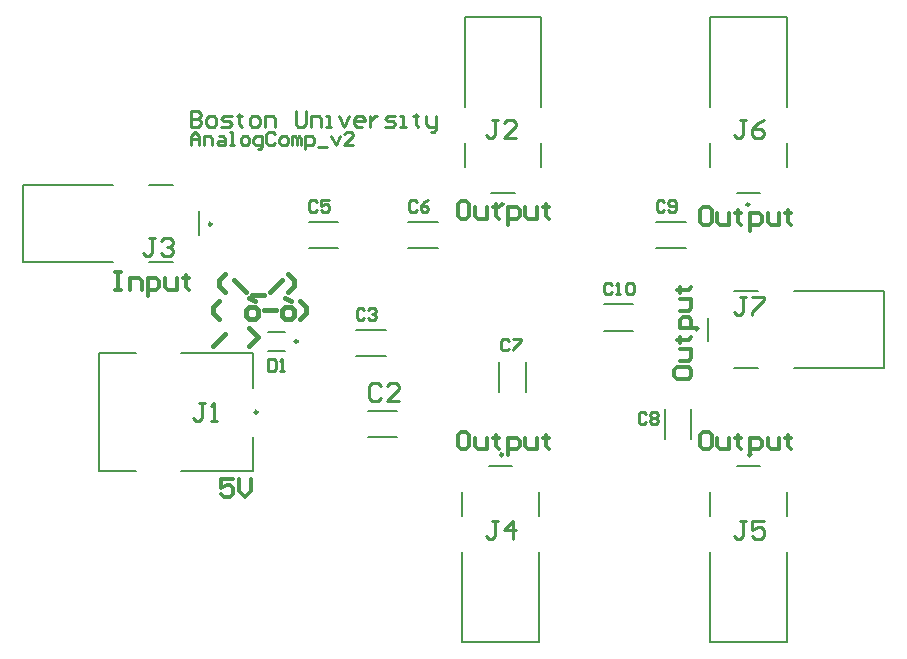
<source format=gto>
G04*
G04 #@! TF.GenerationSoftware,Altium Limited,Altium Designer,24.1.2 (44)*
G04*
G04 Layer_Color=16777215*
%FSLAX44Y44*%
%MOMM*%
G71*
G04*
G04 #@! TF.SameCoordinates,4DB1EA52-69EA-4262-BFD2-8653D691B8C7*
G04*
G04*
G04 #@! TF.FilePolarity,Positive*
G04*
G01*
G75*
%ADD10C,0.2500*%
%ADD11C,0.2000*%
%ADD12C,0.3500*%
%ADD13C,0.2540*%
%ADD14C,0.4000*%
D10*
X542000Y84100D02*
G03*
X542000Y84100I-1250J0D01*
G01*
X497150Y190750D02*
G03*
X497150Y190750I-1250J0D01*
G01*
X540500Y295900D02*
G03*
X540500Y295900I-1250J0D01*
G01*
X332000Y84100D02*
G03*
X332000Y84100I-1250J0D01*
G01*
X332410Y295900D02*
G03*
X332410Y295900I-1250J0D01*
G01*
X158250Y180000D02*
G03*
X158250Y180000I-1250J0D01*
G01*
X85350Y279250D02*
G03*
X85350Y279250I-1250J0D01*
G01*
X124250Y120000D02*
G03*
X124250Y120000I-1250J0D01*
G01*
D11*
X491250Y97469D02*
Y122531D01*
X468750Y97469D02*
Y122531D01*
X251469Y281250D02*
X276531D01*
X251469Y258750D02*
X276531D01*
X417227Y188750D02*
X442289D01*
X417227Y211250D02*
X442289D01*
X507600Y-74650D02*
Y1450D01*
Y32350D02*
Y52250D01*
X530050Y74650D02*
X549950D01*
X572400Y-74650D02*
Y1450D01*
Y32350D02*
Y52250D01*
X507600Y-74650D02*
X572400D01*
X578550Y157600D02*
X654650D01*
X527750D02*
X547650D01*
X505350Y180050D02*
Y199950D01*
X578550Y222400D02*
X654650D01*
X527750D02*
X547650D01*
X654650Y157600D02*
Y222400D01*
X572400Y378550D02*
Y454650D01*
Y327750D02*
Y347650D01*
X530050Y305350D02*
X549950D01*
X507600Y378550D02*
Y454650D01*
Y327750D02*
Y347650D01*
Y454650D02*
X572400D01*
X297600Y-74650D02*
Y1450D01*
Y32350D02*
Y52250D01*
X320050Y74650D02*
X339950D01*
X362400Y-74650D02*
Y1450D01*
Y32350D02*
Y52250D01*
X297600Y-74650D02*
X362400D01*
X364310Y378550D02*
Y454650D01*
Y327750D02*
Y347650D01*
X321960Y305350D02*
X341860D01*
X299510Y378550D02*
Y454650D01*
Y327750D02*
Y347650D01*
Y454650D02*
X364310D01*
X328750Y137469D02*
Y162531D01*
X351250Y137469D02*
Y162531D01*
X461469Y258750D02*
X486531D01*
X461469Y281250D02*
X486531D01*
X133000Y188250D02*
X147000D01*
X133000Y171750D02*
X147000D01*
X217469Y98750D02*
X242531D01*
X217469Y121250D02*
X242531D01*
X-74650Y247600D02*
Y312400D01*
X32350Y247600D02*
X52250D01*
X-74650D02*
X1450D01*
X74650Y270050D02*
Y289950D01*
X32350Y312400D02*
X52250D01*
X-74650D02*
X1450D01*
X120000Y70000D02*
Y99380D01*
Y140620D02*
Y170000D01*
X59000Y70000D02*
X120000D01*
X-10000D02*
X21000D01*
X-10000Y170000D02*
X21000D01*
X59000D02*
X120000D01*
X-10000Y70000D02*
Y170000D01*
X207469Y167250D02*
X232531D01*
X207469Y189750D02*
X232531D01*
X167469Y281250D02*
X192531D01*
X167469Y258750D02*
X192531D01*
D12*
X476507Y155997D02*
Y150999D01*
X479006Y148500D01*
X489002D01*
X491502Y150999D01*
Y155997D01*
X489002Y158497D01*
X479006D01*
X476507Y155997D01*
X481505Y163495D02*
X489002D01*
X491502Y165994D01*
Y173492D01*
X481505D01*
X479006Y180989D02*
X481505D01*
Y178490D01*
Y183489D01*
Y180989D01*
X489002D01*
X491502Y183489D01*
X496500Y190986D02*
X481505D01*
Y198484D01*
X484004Y200983D01*
X489002D01*
X491502Y198484D01*
Y190986D01*
X481505Y205981D02*
X489002D01*
X491502Y208480D01*
Y215978D01*
X481505D01*
X479006Y223476D02*
X481505D01*
Y220977D01*
Y225975D01*
Y223476D01*
X489002D01*
X491502Y225975D01*
X505998Y293493D02*
X500999D01*
X498500Y290994D01*
Y280998D01*
X500999Y278498D01*
X505998D01*
X508497Y280998D01*
Y290994D01*
X505998Y293493D01*
X513495Y288495D02*
Y280998D01*
X515994Y278498D01*
X523492D01*
Y288495D01*
X530989Y290994D02*
Y288495D01*
X528490D01*
X533489D01*
X530989D01*
Y280998D01*
X533489Y278498D01*
X540986Y273500D02*
Y288495D01*
X548484D01*
X550983Y285996D01*
Y280998D01*
X548484Y278498D01*
X540986D01*
X555981Y288495D02*
Y280998D01*
X558480Y278498D01*
X565978D01*
Y288495D01*
X573476Y290994D02*
Y288495D01*
X570976D01*
X575975D01*
X573476D01*
Y280998D01*
X575975Y278498D01*
X505998Y103493D02*
X500999D01*
X498500Y100994D01*
Y90998D01*
X500999Y88498D01*
X505998D01*
X508497Y90998D01*
Y100994D01*
X505998Y103493D01*
X513495Y98495D02*
Y90998D01*
X515994Y88498D01*
X523492D01*
Y98495D01*
X530989Y100994D02*
Y98495D01*
X528490D01*
X533489D01*
X530989D01*
Y90998D01*
X533489Y88498D01*
X540986Y83500D02*
Y98495D01*
X548484D01*
X550983Y95996D01*
Y90998D01*
X548484Y88498D01*
X540986D01*
X555981Y98495D02*
Y90998D01*
X558480Y88498D01*
X565978D01*
Y98495D01*
X573476Y100994D02*
Y98495D01*
X570976D01*
X575975D01*
X573476D01*
Y90998D01*
X575975Y88498D01*
X300998Y103493D02*
X295999D01*
X293500Y100994D01*
Y90998D01*
X295999Y88498D01*
X300998D01*
X303497Y90998D01*
Y100994D01*
X300998Y103493D01*
X308495Y98495D02*
Y90998D01*
X310994Y88498D01*
X318492D01*
Y98495D01*
X325989Y100994D02*
Y98495D01*
X323490D01*
X328489D01*
X325989D01*
Y90998D01*
X328489Y88498D01*
X335986Y83500D02*
Y98495D01*
X343484D01*
X345983Y95996D01*
Y90998D01*
X343484Y88498D01*
X335986D01*
X350981Y98495D02*
Y90998D01*
X353480Y88498D01*
X360978D01*
Y98495D01*
X368476Y100994D02*
Y98495D01*
X365976D01*
X370975D01*
X368476D01*
Y90998D01*
X370975Y88498D01*
X300998Y298493D02*
X295999D01*
X293500Y295994D01*
Y285998D01*
X295999Y283498D01*
X300998D01*
X303497Y285998D01*
Y295994D01*
X300998Y298493D01*
X308495Y293495D02*
Y285998D01*
X310994Y283498D01*
X318492D01*
Y293495D01*
X325989Y295994D02*
Y293495D01*
X323490D01*
X328489D01*
X325989D01*
Y285998D01*
X328489Y283498D01*
X335986Y278500D02*
Y293495D01*
X343484D01*
X345983Y290996D01*
Y285998D01*
X343484Y283498D01*
X335986D01*
X350981Y293495D02*
Y285998D01*
X353480Y283498D01*
X360978D01*
Y293495D01*
X368476Y295994D02*
Y293495D01*
X365976D01*
X370975D01*
X368476D01*
Y285998D01*
X370975Y283498D01*
X3500Y238493D02*
X8498D01*
X5999D01*
Y223498D01*
X3500D01*
X8498D01*
X15996D02*
Y233495D01*
X23493D01*
X25993Y230996D01*
Y223498D01*
X30991Y218500D02*
Y233495D01*
X38489D01*
X40988Y230996D01*
Y225998D01*
X38489Y223498D01*
X30991D01*
X45986Y233495D02*
Y225998D01*
X48485Y223498D01*
X55983D01*
Y233495D01*
X63481Y235994D02*
Y233495D01*
X60981D01*
X65980D01*
X63481D01*
Y225998D01*
X65980Y223498D01*
X103497Y63495D02*
X93500D01*
Y55998D01*
X98498Y58497D01*
X100997D01*
X103497Y55998D01*
Y50999D01*
X100997Y48500D01*
X95999D01*
X93500Y50999D01*
X108495Y63495D02*
Y53498D01*
X113493Y48500D01*
X118492Y53498D01*
Y63495D01*
D13*
X67540Y346205D02*
Y353536D01*
X71206Y357202D01*
X74871Y353536D01*
Y346205D01*
Y351704D01*
X67540D01*
X78536Y346205D02*
Y353536D01*
X84035D01*
X85867Y351704D01*
Y346205D01*
X91366Y353536D02*
X95031D01*
X96864Y351704D01*
Y346205D01*
X91366D01*
X89533Y348038D01*
X91366Y349871D01*
X96864D01*
X100529Y346205D02*
X104195D01*
X102362D01*
Y357202D01*
X100529D01*
X111526Y346205D02*
X115191D01*
X117024Y348038D01*
Y351704D01*
X115191Y353536D01*
X111526D01*
X109693Y351704D01*
Y348038D01*
X111526Y346205D01*
X124355Y342540D02*
X126188D01*
X128020Y344373D01*
Y353536D01*
X122522D01*
X120689Y351704D01*
Y348038D01*
X122522Y346205D01*
X128020D01*
X139017Y355369D02*
X137184Y357202D01*
X133519D01*
X131686Y355369D01*
Y348038D01*
X133519Y346205D01*
X137184D01*
X139017Y348038D01*
X144515Y346205D02*
X148181D01*
X150013Y348038D01*
Y351704D01*
X148181Y353536D01*
X144515D01*
X142682Y351704D01*
Y348038D01*
X144515Y346205D01*
X153679D02*
Y353536D01*
X155512D01*
X157344Y351704D01*
Y346205D01*
Y351704D01*
X159177Y353536D01*
X161010Y351704D01*
Y346205D01*
X164675Y342540D02*
Y353536D01*
X170173D01*
X172006Y351704D01*
Y348038D01*
X170173Y346205D01*
X164675D01*
X175672Y344373D02*
X183003D01*
X186668Y353536D02*
X190334Y346205D01*
X193999Y353536D01*
X204996Y346205D02*
X197665D01*
X204996Y353536D01*
Y355369D01*
X203163Y357202D01*
X199497D01*
X197665Y355369D01*
X67540Y374868D02*
Y361872D01*
X74038D01*
X76204Y364038D01*
Y366204D01*
X74038Y368370D01*
X67540D01*
X74038D01*
X76204Y370536D01*
Y372702D01*
X74038Y374868D01*
X67540D01*
X82702Y361872D02*
X87034D01*
X89200Y364038D01*
Y368370D01*
X87034Y370536D01*
X82702D01*
X80536Y368370D01*
Y364038D01*
X82702Y361872D01*
X93532D02*
X100029D01*
X102196Y364038D01*
X100029Y366204D01*
X95698D01*
X93532Y368370D01*
X95698Y370536D01*
X102196D01*
X108693Y372702D02*
Y370536D01*
X106527D01*
X110859D01*
X108693D01*
Y364038D01*
X110859Y361872D01*
X119523D02*
X123855D01*
X126021Y364038D01*
Y368370D01*
X123855Y370536D01*
X119523D01*
X117357Y368370D01*
Y364038D01*
X119523Y361872D01*
X130353D02*
Y370536D01*
X136851D01*
X139017Y368370D01*
Y361872D01*
X156345Y374868D02*
Y364038D01*
X158511Y361872D01*
X162843D01*
X165009Y364038D01*
Y374868D01*
X169340Y361872D02*
Y370536D01*
X175838D01*
X178004Y368370D01*
Y361872D01*
X182336D02*
X186668D01*
X184502D01*
Y370536D01*
X182336D01*
X193166D02*
X197498Y361872D01*
X201830Y370536D01*
X212660Y361872D02*
X208328D01*
X206162Y364038D01*
Y368370D01*
X208328Y370536D01*
X212660D01*
X214826Y368370D01*
Y366204D01*
X206162D01*
X219158Y370536D02*
Y361872D01*
Y366204D01*
X221324Y368370D01*
X223490Y370536D01*
X225656D01*
X232153Y361872D02*
X238651D01*
X240817Y364038D01*
X238651Y366204D01*
X234319D01*
X232153Y368370D01*
X234319Y370536D01*
X240817D01*
X245149Y361872D02*
X249481D01*
X247315D01*
Y370536D01*
X245149D01*
X258145Y372702D02*
Y370536D01*
X255979D01*
X260311D01*
X258145D01*
Y364038D01*
X260311Y361872D01*
X266809Y370536D02*
Y364038D01*
X268975Y361872D01*
X275473D01*
Y359706D01*
X273307Y357540D01*
X271141D01*
X275473Y361872D02*
Y370536D01*
X424404Y228091D02*
X422738Y229757D01*
X419406D01*
X417740Y228091D01*
Y221426D01*
X419406Y219760D01*
X422738D01*
X424404Y221426D01*
X427737Y219760D02*
X431069D01*
X429403D01*
Y229757D01*
X427737Y228091D01*
X436067D02*
X437734Y229757D01*
X441066D01*
X442732Y228091D01*
Y221426D01*
X441066Y219760D01*
X437734D01*
X436067Y221426D01*
Y228091D01*
X468601Y298195D02*
X466934Y299861D01*
X463602D01*
X461936Y298195D01*
Y291530D01*
X463602Y289864D01*
X466934D01*
X468601Y291530D01*
X471933D02*
X473599Y289864D01*
X476931D01*
X478597Y291530D01*
Y298195D01*
X476931Y299861D01*
X473599D01*
X471933Y298195D01*
Y296528D01*
X473599Y294862D01*
X478597D01*
X453334Y118332D02*
X451668Y119998D01*
X448335D01*
X446669Y118332D01*
Y111668D01*
X448335Y110002D01*
X451668D01*
X453334Y111668D01*
X456666Y118332D02*
X458332Y119998D01*
X461665D01*
X463331Y118332D01*
Y116666D01*
X461665Y115000D01*
X463331Y113334D01*
Y111668D01*
X461665Y110002D01*
X458332D01*
X456666Y111668D01*
Y113334D01*
X458332Y115000D01*
X456666Y116666D01*
Y118332D01*
X458332Y115000D02*
X461665D01*
X337029Y180593D02*
X335362Y182259D01*
X332030D01*
X330364Y180593D01*
Y173928D01*
X332030Y172262D01*
X335362D01*
X337029Y173928D01*
X340361Y182259D02*
X347025D01*
Y180593D01*
X340361Y173928D01*
Y172262D01*
X537461Y217617D02*
X532383D01*
X534922D01*
Y204922D01*
X532383Y202383D01*
X529843D01*
X527304Y204922D01*
X542539Y217617D02*
X552696D01*
Y215078D01*
X542539Y204922D01*
Y202383D01*
X537461Y367617D02*
X532383D01*
X534922D01*
Y354922D01*
X532383Y352383D01*
X529843D01*
X527304Y354922D01*
X552696Y367617D02*
X547617Y365078D01*
X542539Y360000D01*
Y354922D01*
X545078Y352383D01*
X550157D01*
X552696Y354922D01*
Y357461D01*
X550157Y360000D01*
X542539D01*
X537461Y27617D02*
X532383D01*
X534922D01*
Y14922D01*
X532383Y12383D01*
X529843D01*
X527304Y14922D01*
X552696Y27617D02*
X542539D01*
Y20000D01*
X547617Y22539D01*
X550157D01*
X552696Y20000D01*
Y14922D01*
X550157Y12383D01*
X545078D01*
X542539Y14922D01*
X327461Y27617D02*
X322383D01*
X324922D01*
Y14922D01*
X322383Y12383D01*
X319843D01*
X317304Y14922D01*
X340157Y12383D02*
Y27617D01*
X332539Y20000D01*
X342696D01*
X37461Y267617D02*
X32383D01*
X34922D01*
Y254922D01*
X32383Y252383D01*
X29843D01*
X27304Y254922D01*
X42539Y265078D02*
X45078Y267617D01*
X50157D01*
X52696Y265078D01*
Y262539D01*
X50157Y260000D01*
X47618D01*
X50157D01*
X52696Y257461D01*
Y254922D01*
X50157Y252383D01*
X45078D01*
X42539Y254922D01*
X327461Y367617D02*
X322383D01*
X324922D01*
Y354922D01*
X322383Y352383D01*
X319843D01*
X317304Y354922D01*
X342696Y352383D02*
X332539D01*
X342696Y362539D01*
Y365078D01*
X340157Y367617D01*
X335078D01*
X332539Y365078D01*
X80000Y127618D02*
X74922D01*
X77461D01*
Y114922D01*
X74922Y112382D01*
X72382D01*
X69843Y114922D01*
X85078Y112382D02*
X90157D01*
X87618D01*
Y127618D01*
X85078Y125078D01*
X133336Y164998D02*
Y155002D01*
X138334D01*
X140000Y156668D01*
Y163332D01*
X138334Y164998D01*
X133336D01*
X143332Y155002D02*
X146664D01*
X144998D01*
Y164998D01*
X143332Y163332D01*
X258797Y298195D02*
X257130Y299861D01*
X253798D01*
X252132Y298195D01*
Y291530D01*
X253798Y289864D01*
X257130D01*
X258797Y291530D01*
X268793Y299861D02*
X265461Y298195D01*
X262129Y294862D01*
Y291530D01*
X263795Y289864D01*
X267127D01*
X268793Y291530D01*
Y293196D01*
X267127Y294862D01*
X262129D01*
X174722Y298195D02*
X173056Y299861D01*
X169724D01*
X168058Y298195D01*
Y291530D01*
X169724Y289864D01*
X173056D01*
X174722Y291530D01*
X184719Y299861D02*
X178055D01*
Y294862D01*
X181387Y296528D01*
X183053D01*
X184719Y294862D01*
Y291530D01*
X183053Y289864D01*
X179721D01*
X178055Y291530D01*
X214601Y206755D02*
X212934Y208421D01*
X209602D01*
X207936Y206755D01*
Y200090D01*
X209602Y198424D01*
X212934D01*
X214601Y200090D01*
X217933Y206755D02*
X219599Y208421D01*
X222931D01*
X224597Y206755D01*
Y205089D01*
X222931Y203422D01*
X221265D01*
X222931D01*
X224597Y201756D01*
Y200090D01*
X222931Y198424D01*
X219599D01*
X217933Y200090D01*
X228253Y142540D02*
X225714Y145079D01*
X220635D01*
X218096Y142540D01*
Y132383D01*
X220635Y129844D01*
X225714D01*
X228253Y132383D01*
X243488Y129844D02*
X233331D01*
X243488Y140001D01*
Y142540D01*
X240949Y145079D01*
X235870D01*
X233331Y142540D01*
D14*
X86460Y176421D02*
X96617Y186577D01*
X116930Y176421D02*
X124548Y184038D01*
X116930Y191656D01*
X91538Y198921D02*
X86460Y203999D01*
Y209077D01*
X91538Y214156D01*
X116930Y198921D02*
X122008D01*
X124548Y201460D01*
Y206538D01*
X122008Y209077D01*
X116930D01*
X114391Y206538D01*
Y201460D01*
X116930Y198921D01*
Y216695D02*
X122008Y214156D01*
X129626Y206538D02*
X139783D01*
X147400Y198921D02*
X152479D01*
X155018Y201460D01*
Y206538D01*
X152479Y209077D01*
X147400D01*
X144861Y206538D01*
Y201460D01*
X147400Y198921D01*
Y216695D02*
X152479Y214156D01*
X160096Y198921D02*
X165175Y203999D01*
Y209077D01*
X160096Y214156D01*
X96538Y221460D02*
X91460Y226538D01*
Y231617D01*
X96538Y236695D01*
X114313Y221460D02*
X104156Y231617D01*
X119391Y218921D02*
X129548D01*
X134626Y221460D02*
X144783Y231617D01*
X149861Y221460D02*
X154939Y226538D01*
Y231617D01*
X149861Y236695D01*
M02*

</source>
